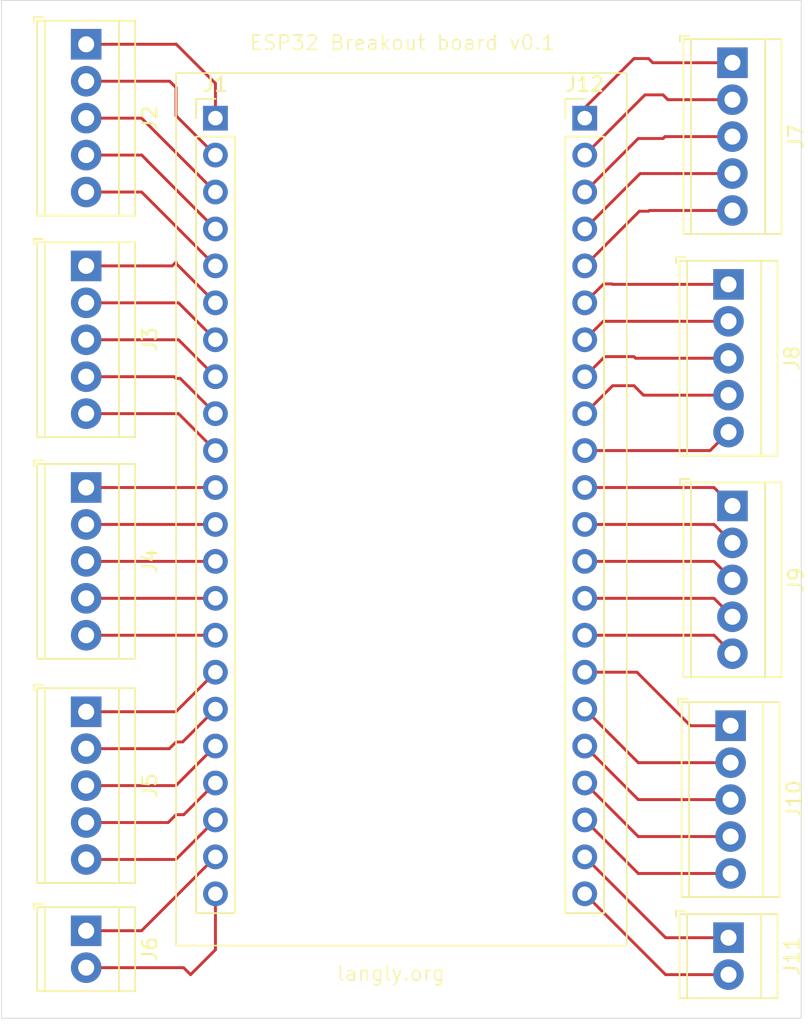
<source format=kicad_pcb>
(kicad_pcb (version 20240108) (generator "pcbnew") (generator_version "8.0")
  (layers (0 "F.Cu" signal) (31 "B.Cu" signal) (34 "B.Paste" user) (35 "F.Paste" user) (36 "B.SilkS" user "B.Silkscreen") (37 "F.SilkS" user "F.Silkscreen") (38 "B.Mask" user) (39 "F.Mask" user) (44 "Edge.Cuts" user))
  (net 0 "")
  (net 1 "Net-(J1-Pin_20)")
  (net 2 "Net-(J1-Pin_16)")
  (net 3 "Net-(J1-Pin_8)")
  (net 4 "Net-(J1-Pin_17)")
  (net 5 "Net-(J1-Pin_14)")
  (net 6 "Net-(J1-Pin_5)")
  (net 7 "Net-(J1-Pin_6)")
  (net 8 "Net-(J1-Pin_15)")
  (net 9 "Net-(J1-Pin_4)")
  (net 10 "Net-(J1-Pin_18)")
  (net 11 "Net-(J1-Pin_9)")
  (net 12 "Net-(J1-Pin_19)")
  (net 13 "Net-(J1-Pin_7)")
  (net 14 "Net-(J1-Pin_21)")
  (net 15 "Net-(J1-Pin_1)")
  (net 16 "Net-(J1-Pin_3)")
  (net 17 "Net-(J1-Pin_13)")
  (net 18 "Net-(J1-Pin_12)")
  (net 19 "Net-(J1-Pin_11)")
  (net 20 "Net-(J1-Pin_10)")
  (net 21 "Net-(J1-Pin_2)")
  (net 22 "Net-(J1-Pin_22)")
  (net 23 "Net-(J12-Pin_2)")
  (net 24 "Net-(J12-Pin_1)")
  (net 25 "Net-(J12-Pin_5)")
  (net 26 "Net-(J12-Pin_3)")
  (net 27 "Net-(J12-Pin_4)")
  (net 28 "Net-(J12-Pin_8)")
  (net 29 "Net-(J12-Pin_7)")
  (net 30 "Net-(J12-Pin_9)")
  (net 31 "Net-(J12-Pin_6)")
  (net 32 "Net-(J12-Pin_10)")
  (net 33 "Net-(J12-Pin_15)")
  (net 34 "Net-(J12-Pin_13)")
  (net 35 "Net-(J12-Pin_12)")
  (net 36 "Net-(J12-Pin_11)")
  (net 37 "Net-(J12-Pin_14)")
  (net 38 "Net-(J10-Pin_4)")
  (net 39 "Net-(J10-Pin_2)")
  (net 40 "Net-(J10-Pin_3)")
  (net 41 "Net-(J10-Pin_1)")
  (net 42 "Net-(J10-Pin_5)")
  (net 43 "Net-(J11-Pin_1)")
  (net 44 "Net-(J11-Pin_2)")
  (footprint "Connector_PinHeader_2.54mm:PinHeader_1x22_P2.54mm_Vertical" (layer "F.Cu") (at 92.71 38.1)
    (property "Reference" "J1" (at 0 -2.33 0) (layer "F.SilkS"))
    (property "Value" "Conn_01x22")
    (fp_line (start -1.33 -1.33) (end 0 -1.33) (stroke (width 0.12)) (layer "F.SilkS"))
    (fp_line (start -1.33 0) (end -1.33 -1.33) (stroke (width 0.12)) (layer "F.SilkS"))
    (fp_line (start -1.33 1.27) (end -1.33 54.67) (stroke (width 0.12)) (layer "F.SilkS"))
    (fp_line (start -1.33 1.27) (end 1.33 1.27) (stroke (width 0.12)) (layer "F.SilkS"))
    (fp_line (start -1.33 54.67) (end 1.33 54.67) (stroke (width 0.12)) (layer "F.SilkS"))
    (fp_line (start 1.33 1.27) (end 1.33 54.67) (stroke (width 0.12)) (layer "F.SilkS"))
    (pad "1" thru_hole rect (at 0 0) (size 1.7 1.7) (drill 1) (layers "*.Cu" "*.Mask") (net 15 "Net-(J1-Pin_1)"))
    (pad "2" thru_hole oval (at 0 2.54) (size 1.7 1.7) (drill 1) (layers "*.Cu" "*.Mask") (net 21 "Net-(J1-Pin_2)"))
    (pad "3" thru_hole oval (at 0 5.08) (size 1.7 1.7) (drill 1) (layers "*.Cu" "*.Mask") (net 16 "Net-(J1-Pin_3)"))
    (pad "4" thru_hole oval (at 0 7.62) (size 1.7 1.7) (drill 1) (layers "*.Cu" "*.Mask") (net 9 "Net-(J1-Pin_4)"))
    (pad "5" thru_hole oval (at 0 10.16) (size 1.7 1.7) (drill 1) (layers "*.Cu" "*.Mask") (net 6 "Net-(J1-Pin_5)"))
    (pad "6" thru_hole oval (at 0 12.7) (size 1.7 1.7) (drill 1) (layers "*.Cu" "*.Mask") (net 7 "Net-(J1-Pin_6)"))
    (pad "7" thru_hole oval (at 0 15.24) (size 1.7 1.7) (drill 1) (layers "*.Cu" "*.Mask") (net 13 "Net-(J1-Pin_7)"))
    (pad "8" thru_hole oval (at 0 17.78) (size 1.7 1.7) (drill 1) (layers "*.Cu" "*.Mask") (net 3 "Net-(J1-Pin_8)"))
    (pad "9" thru_hole oval (at 0 20.32) (size 1.7 1.7) (drill 1) (layers "*.Cu" "*.Mask") (net 11 "Net-(J1-Pin_9)"))
    (pad "10" thru_hole oval (at 0 22.86) (size 1.7 1.7) (drill 1) (layers "*.Cu" "*.Mask") (net 20 "Net-(J1-Pin_10)"))
    (pad "11" thru_hole oval (at 0 25.4) (size 1.7 1.7) (drill 1) (layers "*.Cu" "*.Mask") (net 19 "Net-(J1-Pin_11)"))
    (pad "12" thru_hole oval (at 0 27.94) (size 1.7 1.7) (drill 1) (layers "*.Cu" "*.Mask") (net 18 "Net-(J1-Pin_12)"))
    (pad "13" thru_hole oval (at 0 30.48) (size 1.7 1.7) (drill 1) (layers "*.Cu" "*.Mask") (net 17 "Net-(J1-Pin_13)"))
    (pad "14" thru_hole oval (at 0 33.02) (size 1.7 1.7) (drill 1) (layers "*.Cu" "*.Mask") (net 5 "Net-(J1-Pin_14)"))
    (pad "15" thru_hole oval (at 0 35.56) (size 1.7 1.7) (drill 1) (layers "*.Cu" "*.Mask") (net 8 "Net-(J1-Pin_15)"))
    (pad "16" thru_hole oval (at 0 38.1) (size 1.7 1.7) (drill 1) (layers "*.Cu" "*.Mask") (net 2 "Net-(J1-Pin_16)"))
    (pad "17" thru_hole oval (at 0 40.64) (size 1.7 1.7) (drill 1) (layers "*.Cu" "*.Mask") (net 4 "Net-(J1-Pin_17)"))
    (pad "18" thru_hole oval (at 0 43.18) (size 1.7 1.7) (drill 1) (layers "*.Cu" "*.Mask") (net 10 "Net-(J1-Pin_18)"))
    (pad "19" thru_hole oval (at 0 45.72) (size 1.7 1.7) (drill 1) (layers "*.Cu" "*.Mask") (net 12 "Net-(J1-Pin_19)"))
    (pad "20" thru_hole oval (at 0 48.26) (size 1.7 1.7) (drill 1) (layers "*.Cu" "*.Mask") (net 1 "Net-(J1-Pin_20)"))
    (pad "21" thru_hole oval (at 0 50.8) (size 1.7 1.7) (drill 1) (layers "*.Cu" "*.Mask") (net 14 "Net-(J1-Pin_21)"))
    (pad "22" thru_hole oval (at 0 53.34) (size 1.7 1.7) (drill 1) (layers "*.Cu" "*.Mask") (net 22 "Net-(J1-Pin_22)"))
  )
  (footprint "TerminalBlock_TE-Connectivity:TerminalBlock_TE_282834-5_1x05_P2.54mm_Horizontal" (layer "F.Cu") (at 83.82 78.92 -90)
    (property "Reference" "J5" (at 5.08 -4.37 90) (layer "F.SilkS"))
    (property "Value" "Conn_01x05")
    (fp_line (start -1.86 3.61) (end -1.46 3.61) (stroke (width 0.12)) (layer "F.SilkS"))
    (fp_line (start -1.62 3.37) (end 11.78 3.37) (stroke (width 0.12)) (layer "F.SilkS"))
    (fp_line (start -1.86 2.97) (end -1.86 3.61) (stroke (width 0.12)) (layer "F.SilkS"))
    (fp_line (start -1.62 2.85) (end 11.78 2.85) (stroke (width 0.12)) (layer "F.SilkS"))
    (fp_line (start -1.62 -2.25) (end 11.78 -2.25) (stroke (width 0.12)) (layer "F.SilkS"))
    (fp_line (start -1.62 -3.37) (end -1.62 3.37) (stroke (width 0.12)) (layer "F.SilkS"))
    (fp_line (start -1.62 -3.37) (end 11.78 -3.37) (stroke (width 0.12)) (layer "F.SilkS"))
    (fp_line (start 11.78 -3.37) (end 11.78 3.37) (stroke (width 0.12)) (layer "F.SilkS"))
    (pad "1" thru_hole rect (at 0 0 270) (size 2.1 2.1) (drill 1.1) (layers "*.Cu" "*.Mask") (net 2 "Net-(J1-Pin_16)"))
    (pad "2" thru_hole circle (at 2.54 0 270) (size 2.1 2.1) (drill 1.1) (layers "*.Cu" "*.Mask") (net 4 "Net-(J1-Pin_17)"))
    (pad "3" thru_hole circle (at 5.08 0 270) (size 2.1 2.1) (drill 1.1) (layers "*.Cu" "*.Mask") (net 10 "Net-(J1-Pin_18)"))
    (pad "4" thru_hole circle (at 7.62 0 270) (size 2.1 2.1) (drill 1.1) (layers "*.Cu" "*.Mask") (net 12 "Net-(J1-Pin_19)"))
    (pad "5" thru_hole circle (at 10.16 0 270) (size 2.1 2.1) (drill 1.1) (layers "*.Cu" "*.Mask") (net 1 "Net-(J1-Pin_20)"))
  )
  (footprint "TerminalBlock_TE-Connectivity:TerminalBlock_TE_282834-2_1x02_P2.54mm_Horizontal" (layer "F.Cu") (at 83.82 93.98 -90)
    (property "Reference" "J6" (at 1.27 -4.37 90) (layer "F.SilkS"))
    (property "Value" "Conn_01x02")
    (fp_line (start -1.86 3.61) (end -1.46 3.61) (stroke (width 0.12)) (layer "F.SilkS"))
    (fp_line (start -1.62 3.37) (end 4.16 3.37) (stroke (width 0.12)) (layer "F.SilkS"))
    (fp_line (start -1.86 2.97) (end -1.86 3.61) (stroke (width 0.12)) (layer "F.SilkS"))
    (fp_line (start -1.62 2.85) (end 4.16 2.85) (stroke (width 0.12)) (layer "F.SilkS"))
    (fp_line (start -1.62 -2.25) (end 4.16 -2.25) (stroke (width 0.12)) (layer "F.SilkS"))
    (fp_line (start -1.62 -3.37) (end -1.62 3.37) (stroke (width 0.12)) (layer "F.SilkS"))
    (fp_line (start -1.62 -3.37) (end 4.16 -3.37) (stroke (width 0.12)) (layer "F.SilkS"))
    (fp_line (start 4.16 -3.37) (end 4.16 3.37) (stroke (width 0.12)) (layer "F.SilkS"))
    (pad "1" thru_hole rect (at 0 0 270) (size 2.1 2.1) (drill 1.1) (layers "*.Cu" "*.Mask") (net 14 "Net-(J1-Pin_21)"))
    (pad "2" thru_hole circle (at 2.54 0 270) (size 2.1 2.1) (drill 1.1) (layers "*.Cu" "*.Mask") (net 22 "Net-(J1-Pin_22)"))
  )
  (footprint "TerminalBlock_TE-Connectivity:TerminalBlock_TE_282834-5_1x05_P2.54mm_Horizontal" (layer "F.Cu") (at 83.82 63.5 -90)
    (property "Reference" "J4" (at 5.08 -4.37 90) (layer "F.SilkS"))
    (property "Value" "Conn_01x05")
    (fp_line (start -1.86 3.61) (end -1.46 3.61) (stroke (width 0.12)) (layer "F.SilkS"))
    (fp_line (start -1.62 3.37) (end 11.78 3.37) (stroke (width 0.12)) (layer "F.SilkS"))
    (fp_line (start -1.86 2.97) (end -1.86 3.61) (stroke (width 0.12)) (layer "F.SilkS"))
    (fp_line (start -1.62 2.85) (end 11.78 2.85) (stroke (width 0.12)) (layer "F.SilkS"))
    (fp_line (start -1.62 -2.25) (end 11.78 -2.25) (stroke (width 0.12)) (layer "F.SilkS"))
    (fp_line (start -1.62 -3.37) (end -1.62 3.37) (stroke (width 0.12)) (layer "F.SilkS"))
    (fp_line (start -1.62 -3.37) (end 11.78 -3.37) (stroke (width 0.12)) (layer "F.SilkS"))
    (fp_line (start 11.78 -3.37) (end 11.78 3.37) (stroke (width 0.12)) (layer "F.SilkS"))
    (pad "1" thru_hole rect (at 0 0 270) (size 2.1 2.1) (drill 1.1) (layers "*.Cu" "*.Mask") (net 19 "Net-(J1-Pin_11)"))
    (pad "2" thru_hole circle (at 2.54 0 270) (size 2.1 2.1) (drill 1.1) (layers "*.Cu" "*.Mask") (net 18 "Net-(J1-Pin_12)"))
    (pad "3" thru_hole circle (at 5.08 0 270) (size 2.1 2.1) (drill 1.1) (layers "*.Cu" "*.Mask") (net 17 "Net-(J1-Pin_13)"))
    (pad "4" thru_hole circle (at 7.62 0 270) (size 2.1 2.1) (drill 1.1) (layers "*.Cu" "*.Mask") (net 5 "Net-(J1-Pin_14)"))
    (pad "5" thru_hole circle (at 10.16 0 270) (size 2.1 2.1) (drill 1.1) (layers "*.Cu" "*.Mask") (net 8 "Net-(J1-Pin_15)"))
  )
  (footprint "TerminalBlock_TE-Connectivity:TerminalBlock_TE_282834-5_1x05_P2.54mm_Horizontal" (layer "F.Cu") (at 83.82 33.02 -90)
    (property "Reference" "J2" (at 5.08 -4.37 90) (layer "F.SilkS"))
    (property "Value" "Conn_01x05")
    (fp_line (start -1.86 3.61) (end -1.46 3.61) (stroke (width 0.12)) (layer "F.SilkS"))
    (fp_line (start -1.62 3.37) (end 11.78 3.37) (stroke (width 0.12)) (layer "F.SilkS"))
    (fp_line (start -1.86 2.97) (end -1.86 3.61) (stroke (width 0.12)) (layer "F.SilkS"))
    (fp_line (start -1.62 2.85) (end 11.78 2.85) (stroke (width 0.12)) (layer "F.SilkS"))
    (fp_line (start -1.62 -2.25) (end 11.78 -2.25) (stroke (width 0.12)) (layer "F.SilkS"))
    (fp_line (start -1.62 -3.37) (end -1.62 3.37) (stroke (width 0.12)) (layer "F.SilkS"))
    (fp_line (start -1.62 -3.37) (end 11.78 -3.37) (stroke (width 0.12)) (layer "F.SilkS"))
    (fp_line (start 11.78 -3.37) (end 11.78 3.37) (stroke (width 0.12)) (layer "F.SilkS"))
    (pad "1" thru_hole rect (at 0 0 270) (size 2.1 2.1) (drill 1.1) (layers "*.Cu" "*.Mask") (net 15 "Net-(J1-Pin_1)"))
    (pad "2" thru_hole circle (at 2.54 0 270) (size 2.1 2.1) (drill 1.1) (layers "*.Cu" "*.Mask") (net 21 "Net-(J1-Pin_2)"))
    (pad "3" thru_hole circle (at 5.08 0 270) (size 2.1 2.1) (drill 1.1) (layers "*.Cu" "*.Mask") (net 16 "Net-(J1-Pin_3)"))
    (pad "4" thru_hole circle (at 7.62 0 270) (size 2.1 2.1) (drill 1.1) (layers "*.Cu" "*.Mask") (net 9 "Net-(J1-Pin_4)"))
    (pad "5" thru_hole circle (at 10.16 0 270) (size 2.1 2.1) (drill 1.1) (layers "*.Cu" "*.Mask") (net 6 "Net-(J1-Pin_5)"))
  )
  (footprint "Connector_PinHeader_2.54mm:PinHeader_1x22_P2.54mm_Vertical" (layer "F.Cu") (at 118.11 38.1)
    (property "Reference" "J12" (at 0 -2.33 0) (layer "F.SilkS"))
    (property "Value" "Conn_01x22")
    (fp_line (start -1.33 -1.33) (end 0 -1.33) (stroke (width 0.12)) (layer "F.SilkS"))
    (fp_line (start -1.33 0) (end -1.33 -1.33) (stroke (width 0.12)) (layer "F.SilkS"))
    (fp_line (start -1.33 1.27) (end -1.33 54.67) (stroke (width 0.12)) (layer "F.SilkS"))
    (fp_line (start -1.33 1.27) (end 1.33 1.27) (stroke (width 0.12)) (layer "F.SilkS"))
    (fp_line (start -1.33 54.67) (end 1.33 54.67) (stroke (width 0.12)) (layer "F.SilkS"))
    (fp_line (start 1.33 1.27) (end 1.33 54.67) (stroke (width 0.12)) (layer "F.SilkS"))
    (pad "1" thru_hole rect (at 0 0) (size 1.7 1.7) (drill 1) (layers "*.Cu" "*.Mask") (net 24 "Net-(J12-Pin_1)"))
    (pad "2" thru_hole oval (at 0 2.54) (size 1.7 1.7) (drill 1) (layers "*.Cu" "*.Mask") (net 23 "Net-(J12-Pin_2)"))
    (pad "3" thru_hole oval (at 0 5.08) (size 1.7 1.7) (drill 1) (layers "*.Cu" "*.Mask") (net 26 "Net-(J12-Pin_3)"))
    (pad "4" thru_hole oval (at 0 7.62) (size 1.7 1.7) (drill 1) (layers "*.Cu" "*.Mask") (net 27 "Net-(J12-Pin_4)"))
    (pad "5" thru_hole oval (at 0 10.16) (size 1.7 1.7) (drill 1) (layers "*.Cu" "*.Mask") (net 25 "Net-(J12-Pin_5)"))
    (pad "6" thru_hole oval (at 0 12.7) (size 1.7 1.7) (drill 1) (layers "*.Cu" "*.Mask") (net 31 "Net-(J12-Pin_6)"))
    (pad "7" thru_hole oval (at 0 15.24) (size 1.7 1.7) (drill 1) (layers "*.Cu" "*.Mask") (net 29 "Net-(J12-Pin_7)"))
    (pad "8" thru_hole oval (at 0 17.78) (size 1.7 1.7) (drill 1) (layers "*.Cu" "*.Mask") (net 28 "Net-(J12-Pin_8)"))
    (pad "9" thru_hole oval (at 0 20.32) (size 1.7 1.7) (drill 1) (layers "*.Cu" "*.Mask") (net 30 "Net-(J12-Pin_9)"))
    (pad "10" thru_hole oval (at 0 22.86) (size 1.7 1.7) (drill 1) (layers "*.Cu" "*.Mask") (net 32 "Net-(J12-Pin_10)"))
    (pad "11" thru_hole oval (at 0 25.4) (size 1.7 1.7) (drill 1) (layers "*.Cu" "*.Mask") (net 36 "Net-(J12-Pin_11)"))
    (pad "12" thru_hole oval (at 0 27.94) (size 1.7 1.7) (drill 1) (layers "*.Cu" "*.Mask") (net 35 "Net-(J12-Pin_12)"))
    (pad "13" thru_hole oval (at 0 30.48) (size 1.7 1.7) (drill 1) (layers "*.Cu" "*.Mask") (net 34 "Net-(J12-Pin_13)"))
    (pad "14" thru_hole oval (at 0 33.02) (size 1.7 1.7) (drill 1) (layers "*.Cu" "*.Mask") (net 37 "Net-(J12-Pin_14)"))
    (pad "15" thru_hole oval (at 0 35.56) (size 1.7 1.7) (drill 1) (layers "*.Cu" "*.Mask") (net 33 "Net-(J12-Pin_15)"))
    (pad "16" thru_hole oval (at 0 38.1) (size 1.7 1.7) (drill 1) (layers "*.Cu" "*.Mask") (net 41 "Net-(J10-Pin_1)"))
    (pad "17" thru_hole oval (at 0 40.64) (size 1.7 1.7) (drill 1) (layers "*.Cu" "*.Mask") (net 39 "Net-(J10-Pin_2)"))
    (pad "18" thru_hole oval (at 0 43.18) (size 1.7 1.7) (drill 1) (layers "*.Cu" "*.Mask") (net 40 "Net-(J10-Pin_3)"))
    (pad "19" thru_hole oval (at 0 45.72) (size 1.7 1.7) (drill 1) (layers "*.Cu" "*.Mask") (net 38 "Net-(J10-Pin_4)"))
    (pad "20" thru_hole oval (at 0 48.26) (size 1.7 1.7) (drill 1) (layers "*.Cu" "*.Mask") (net 42 "Net-(J10-Pin_5)"))
    (pad "21" thru_hole oval (at 0 50.8) (size 1.7 1.7) (drill 1) (layers "*.Cu" "*.Mask") (net 43 "Net-(J11-Pin_1)"))
    (pad "22" thru_hole oval (at 0 53.34) (size 1.7 1.7) (drill 1) (layers "*.Cu" "*.Mask") (net 44 "Net-(J11-Pin_2)"))
  )
  (footprint "TerminalBlock_TE-Connectivity:TerminalBlock_TE_282834-2_1x02_P2.54mm_Horizontal" (layer "F.Cu") (at 128 94.46 -90)
    (property "Reference" "J11" (at 1.27 -4.37 90) (layer "F.SilkS"))
    (property "Value" "Conn_01x02")
    (fp_line (start -1.86 3.61) (end -1.46 3.61) (stroke (width 0.12)) (layer "F.SilkS"))
    (fp_line (start -1.62 3.37) (end 4.16 3.37) (stroke (width 0.12)) (layer "F.SilkS"))
    (fp_line (start -1.86 2.97) (end -1.86 3.61) (stroke (width 0.12)) (layer "F.SilkS"))
    (fp_line (start -1.62 2.85) (end 4.16 2.85) (stroke (width 0.12)) (layer "F.SilkS"))
    (fp_line (start -1.62 -2.25) (end 4.16 -2.25) (stroke (width 0.12)) (layer "F.SilkS"))
    (fp_line (start -1.62 -3.37) (end -1.62 3.37) (stroke (width 0.12)) (layer "F.SilkS"))
    (fp_line (start -1.62 -3.37) (end 4.16 -3.37) (stroke (width 0.12)) (layer "F.SilkS"))
    (fp_line (start 4.16 -3.37) (end 4.16 3.37) (stroke (width 0.12)) (layer "F.SilkS"))
    (pad "1" thru_hole rect (at 0 0 270) (size 2.1 2.1) (drill 1.1) (layers "*.Cu" "*.Mask") (net 43 "Net-(J11-Pin_1)"))
    (pad "2" thru_hole circle (at 2.54 0 270) (size 2.1 2.1) (drill 1.1) (layers "*.Cu" "*.Mask") (net 44 "Net-(J11-Pin_2)"))
  )
  (footprint "TerminalBlock_TE-Connectivity:TerminalBlock_TE_282834-5_1x05_P2.54mm_Horizontal" (layer "F.Cu") (at 128.143 79.883 -90)
    (property "Reference" "J10" (at 5.08 -4.37 90) (layer "F.SilkS"))
    (property "Value" "Conn_01x05")
    (fp_line (start -1.86 3.61) (end -1.46 3.61) (stroke (width 0.12)) (layer "F.SilkS"))
    (fp_line (start -1.62 3.37) (end 11.78 3.37) (stroke (width 0.12)) (layer "F.SilkS"))
    (fp_line (start -1.86 2.97) (end -1.86 3.61) (stroke (width 0.12)) (layer "F.SilkS"))
    (fp_line (start -1.62 2.85) (end 11.78 2.85) (stroke (width 0.12)) (layer "F.SilkS"))
    (fp_line (start -1.62 -2.25) (end 11.78 -2.25) (stroke (width 0.12)) (layer "F.SilkS"))
    (fp_line (start -1.62 -3.37) (end -1.62 3.37) (stroke (width 0.12)) (layer "F.SilkS"))
    (fp_line (start -1.62 -3.37) (end 11.78 -3.37) (stroke (width 0.12)) (layer "F.SilkS"))
    (fp_line (start 11.78 -3.37) (end 11.78 3.37) (stroke (width 0.12)) (layer "F.SilkS"))
    (pad "1" thru_hole rect (at 0 0 270) (size 2.1 2.1) (drill 1.1) (layers "*.Cu" "*.Mask") (net 41 "Net-(J10-Pin_1)"))
    (pad "2" thru_hole circle (at 2.54 0 270) (size 2.1 2.1) (drill 1.1) (layers "*.Cu" "*.Mask") (net 39 "Net-(J10-Pin_2)"))
    (pad "3" thru_hole circle (at 5.08 0 270) (size 2.1 2.1) (drill 1.1) (layers "*.Cu" "*.Mask") (net 40 "Net-(J10-Pin_3)"))
    (pad "4" thru_hole circle (at 7.62 0 270) (size 2.1 2.1) (drill 1.1) (layers "*.Cu" "*.Mask") (net 38 "Net-(J10-Pin_4)"))
    (pad "5" thru_hole circle (at 10.16 0 270) (size 2.1 2.1) (drill 1.1) (layers "*.Cu" "*.Mask") (net 42 "Net-(J10-Pin_5)"))
  )
  (footprint "TerminalBlock_TE-Connectivity:TerminalBlock_TE_282834-5_1x05_P2.54mm_Horizontal" (layer "F.Cu") (at 128 49.53 -90)
    (property "Reference" "J8" (at 5.08 -4.37 90) (layer "F.SilkS"))
    (property "Value" "Conn_01x05")
    (fp_line (start -1.86 3.61) (end -1.46 3.61) (stroke (width 0.12)) (layer "F.SilkS"))
    (fp_line (start -1.62 3.37) (end 11.78 3.37) (stroke (width 0.12)) (layer "F.SilkS"))
    (fp_line (start -1.86 2.97) (end -1.86 3.61) (stroke (width 0.12)) (layer "F.SilkS"))
    (fp_line (start -1.62 2.85) (end 11.78 2.85) (stroke (width 0.12)) (layer "F.SilkS"))
    (fp_line (start -1.62 -2.25) (end 11.78 -2.25) (stroke (width 0.12)) (layer "F.SilkS"))
    (fp_line (start -1.62 -3.37) (end -1.62 3.37) (stroke (width 0.12)) (layer "F.SilkS"))
    (fp_line (start -1.62 -3.37) (end 11.78 -3.37) (stroke (width 0.12)) (layer "F.SilkS"))
    (fp_line (start 11.78 -3.37) (end 11.78 3.37) (stroke (width 0.12)) (layer "F.SilkS"))
    (pad "1" thru_hole rect (at 0 0 270) (size 2.1 2.1) (drill 1.1) (layers "*.Cu" "*.Mask") (net 31 "Net-(J12-Pin_6)"))
    (pad "2" thru_hole circle (at 2.54 0 270) (size 2.1 2.1) (drill 1.1) (layers "*.Cu" "*.Mask") (net 29 "Net-(J12-Pin_7)"))
    (pad "3" thru_hole circle (at 5.08 0 270) (size 2.1 2.1) (drill 1.1) (layers "*.Cu" "*.Mask") (net 28 "Net-(J12-Pin_8)"))
    (pad "4" thru_hole circle (at 7.62 0 270) (size 2.1 2.1) (drill 1.1) (layers "*.Cu" "*.Mask") (net 30 "Net-(J12-Pin_9)"))
    (pad "5" thru_hole circle (at 10.16 0 270) (size 2.1 2.1) (drill 1.1) (layers "*.Cu" "*.Mask") (net 32 "Net-(J12-Pin_10)"))
  )
  (footprint "TerminalBlock_TE-Connectivity:TerminalBlock_TE_282834-5_1x05_P2.54mm_Horizontal" (layer "F.Cu") (at 83.82 48.26 -90)
    (property "Reference" "J3" (at 5.08 -4.37 90) (layer "F.SilkS"))
    (property "Value" "Conn_01x05")
    (fp_line (start -1.86 3.61) (end -1.46 3.61) (stroke (width 0.12)) (layer "F.SilkS"))
    (fp_line (start -1.62 3.37) (end 11.78 3.37) (stroke (width 0.12)) (layer "F.SilkS"))
    (fp_line (start -1.86 2.97) (end -1.86 3.61) (stroke (width 0.12)) (layer "F.SilkS"))
    (fp_line (start -1.62 2.85) (end 11.78 2.85) (stroke (width 0.12)) (layer "F.SilkS"))
    (fp_line (start -1.62 -2.25) (end 11.78 -2.25) (stroke (width 0.12)) (layer "F.SilkS"))
    (fp_line (start -1.62 -3.37) (end -1.62 3.37) (stroke (width 0.12)) (layer "F.SilkS"))
    (fp_line (start -1.62 -3.37) (end 11.78 -3.37) (stroke (width 0.12)) (layer "F.SilkS"))
    (fp_line (start 11.78 -3.37) (end 11.78 3.37) (stroke (width 0.12)) (layer "F.SilkS"))
    (pad "1" thru_hole rect (at 0 0 270) (size 2.1 2.1) (drill 1.1) (layers "*.Cu" "*.Mask") (net 7 "Net-(J1-Pin_6)"))
    (pad "2" thru_hole circle (at 2.54 0 270) (size 2.1 2.1) (drill 1.1) (layers "*.Cu" "*.Mask") (net 13 "Net-(J1-Pin_7)"))
    (pad "3" thru_hole circle (at 5.08 0 270) (size 2.1 2.1) (drill 1.1) (layers "*.Cu" "*.Mask") (net 3 "Net-(J1-Pin_8)"))
    (pad "4" thru_hole circle (at 7.62 0 270) (size 2.1 2.1) (drill 1.1) (layers "*.Cu" "*.Mask") (net 11 "Net-(J1-Pin_9)"))
    (pad "5" thru_hole circle (at 10.16 0 270) (size 2.1 2.1) (drill 1.1) (layers "*.Cu" "*.Mask") (net 20 "Net-(J1-Pin_10)"))
  )
  (footprint "TerminalBlock_TE-Connectivity:TerminalBlock_TE_282834-5_1x05_P2.54mm_Horizontal" (layer "F.Cu") (at 128.27 64.77 -90)
    (property "Reference" "J9" (at 5.08 -4.37 90) (layer "F.SilkS"))
    (property "Value" "Conn_01x05")
    (fp_line (start -1.86 3.61) (end -1.46 3.61) (stroke (width 0.12)) (layer "F.SilkS"))
    (fp_line (start -1.62 3.37) (end 11.78 3.37) (stroke (width 0.12)) (layer "F.SilkS"))
    (fp_line (start -1.86 2.97) (end -1.86 3.61) (stroke (width 0.12)) (layer "F.SilkS"))
    (fp_line (start -1.62 2.85) (end 11.78 2.85) (stroke (width 0.12)) (layer "F.SilkS"))
    (fp_line (start -1.62 -2.25) (end 11.78 -2.25) (stroke (width 0.12)) (layer "F.SilkS"))
    (fp_line (start -1.62 -3.37) (end -1.62 3.37) (stroke (width 0.12)) (layer "F.SilkS"))
    (fp_line (start -1.62 -3.37) (end 11.78 -3.37) (stroke (width 0.12)) (layer "F.SilkS"))
    (fp_line (start 11.78 -3.37) (end 11.78 3.37) (stroke (width 0.12)) (layer "F.SilkS"))
    (pad "1" thru_hole rect (at 0 0 270) (size 2.1 2.1) (drill 1.1) (layers "*.Cu" "*.Mask") (net 36 "Net-(J12-Pin_11)"))
    (pad "2" thru_hole circle (at 2.54 0 270) (size 2.1 2.1) (drill 1.1) (layers "*.Cu" "*.Mask") (net 35 "Net-(J12-Pin_12)"))
    (pad "3" thru_hole circle (at 5.08 0 270) (size 2.1 2.1) (drill 1.1) (layers "*.Cu" "*.Mask") (net 34 "Net-(J12-Pin_13)"))
    (pad "4" thru_hole circle (at 7.62 0 270) (size 2.1 2.1) (drill 1.1) (layers "*.Cu" "*.Mask") (net 37 "Net-(J12-Pin_14)"))
    (pad "5" thru_hole circle (at 10.16 0 270) (size 2.1 2.1) (drill 1.1) (layers "*.Cu" "*.Mask") (net 33 "Net-(J12-Pin_15)"))
  )
  (footprint "TerminalBlock_TE-Connectivity:TerminalBlock_TE_282834-5_1x05_P2.54mm_Horizontal" (layer "F.Cu") (at 128.27 34.29 -90)
    (property "Reference" "J7" (at 5.08 -4.37 90) (layer "F.SilkS"))
    (property "Value" "Conn_01x05")
    (fp_line (start -1.86 3.61) (end -1.46 3.61) (stroke (width 0.12)) (layer "F.SilkS"))
    (fp_line (start -1.62 3.37) (end 11.78 3.37) (stroke (width 0.12)) (layer "F.SilkS"))
    (fp_line (start -1.86 2.97) (end -1.86 3.61) (stroke (width 0.12)) (layer "F.SilkS"))
    (fp_line (start -1.62 2.85) (end 11.78 2.85) (stroke (width 0.12)) (layer "F.SilkS"))
    (fp_line (start -1.62 -2.25) (end 11.78 -2.25) (stroke (width 0.12)) (layer "F.SilkS"))
    (fp_line (start -1.62 -3.37) (end -1.62 3.37) (stroke (width 0.12)) (layer "F.SilkS"))
    (fp_line (start -1.62 -3.37) (end 11.78 -3.37) (stroke (width 0.12)) (layer "F.SilkS"))
    (fp_line (start 11.78 -3.37) (end 11.78 3.37) (stroke (width 0.12)) (layer "F.SilkS"))
    (pad "1" thru_hole rect (at 0 0 270) (size 2.1 2.1) (drill 1.1) (layers "*.Cu" "*.Mask") (net 24 "Net-(J12-Pin_1)"))
    (pad "2" thru_hole circle (at 2.54 0 270) (size 2.1 2.1) (drill 1.1) (layers "*.Cu" "*.Mask") (net 23 "Net-(J12-Pin_2)"))
    (pad "3" thru_hole circle (at 5.08 0 270) (size 2.1 2.1) (drill 1.1) (layers "*.Cu" "*.Mask") (net 26 "Net-(J12-Pin_3)"))
    (pad "4" thru_hole circle (at 7.62 0 270) (size 2.1 2.1) (drill 1.1) (layers "*.Cu" "*.Mask") (net 27 "Net-(J12-Pin_4)"))
    (pad "5" thru_hole circle (at 10.16 0 270) (size 2.1 2.1) (drill 1.1) (layers "*.Cu" "*.Mask") (net 25 "Net-(J12-Pin_5)"))
  )
  (gr_rect (start 90 35) (end 121 95) (stroke (width 0.1)) (fill none) (layer "F.SilkS"))
  (gr_rect (start 78 30) (end 133 100) (stroke (width 0.05)) (fill none) (layer "Edge.Cuts"))
  (gr_text "ESP32 Breakout board v0.1" (at 95 33.5 0) (layer "F.SilkS") (effects (font (size 1 1) (thickness 0.1)) (justify left bottom)))
  (gr_text "langly.org\n" (at 101 97.5 0) (layer "F.SilkS") (effects (font (size 1 1) (thickness 0.1)) (justify left bottom)))
  (segment (start 89.99 89.08) (end 83.82 89.08) (width 0.2) (layer "F.Cu") (net 1))
  (segment (start 92.71 86.36) (end 89.99 89.08) (width 0.2) (layer "F.Cu") (net 1))
  (segment (start 92.71 76.2) (end 89.99 78.92) (width 0.2) (layer "F.Cu") (net 2))
  (segment (start 89.99 78.92) (end 83.82 78.92) (width 0.2) (layer "F.Cu") (net 2))
  (segment (start 92.71 55.88) (end 90.17 53.34) (width 0.2) (layer "F.Cu") (net 3))
  (segment (start 90.17 53.34) (end 83.82 53.34) (width 0.2) (layer "F.Cu") (net 3))
  (segment (start 90 81) (end 89.54 81.46) (width 0.2) (layer "F.Cu") (net 4))
  (segment (start 92.71 78.74) (end 90.45 81) (width 0.2) (layer "F.Cu") (net 4))
  (segment (start 89.54 81.46) (end 83.82 81.46) (width 0.2) (layer "F.Cu") (net 4))
  (segment (start 90.45 81) (end 90 81) (width 0.2) (layer "F.Cu") (net 4))
  (segment (start 92.71 71.12) (end 83.82 71.12) (width 0.2) (layer "F.Cu") (net 5))
  (segment (start 87.63 43.18) (end 83.82 43.18) (width 0.2) (layer "F.Cu") (net 6))
  (segment (start 92.71 48.26) (end 87.63 43.18) (width 0.2) (layer "F.Cu") (net 6))
  (segment (start 89.74 48.26) (end 83.82 48.26) (width 0.2) (layer "F.Cu") (net 7))
  (segment (start 90 48.09) (end 90 48) (width 0.2) (layer "F.Cu") (net 7))
  (segment (start 90 48) (end 89.74 48.26) (width 0.2) (layer "F.Cu") (net 7))
  (segment (start 92.71 50.8) (end 90 48.09) (width 0.2) (layer "F.Cu") (net 7))
  (segment (start 92.71 73.66) (end 83.82 73.66) (width 0.2) (layer "F.Cu") (net 8))
  (segment (start 88 41.01) (end 88 41) (width 0.2) (layer "F.Cu") (net 9))
  (segment (start 87.64 40.64) (end 83.82 40.64) (width 0.2) (layer "F.Cu") (net 9))
  (segment (start 92.71 45.72) (end 88 41.01) (width 0.2) (layer "F.Cu") (net 9))
  (segment (start 88 41) (end 87.64 40.64) (width 0.2) (layer "F.Cu") (net 9))
  (segment (start 92.71 81.28) (end 89.99 84) (width 0.2) (layer "F.Cu") (net 10))
  (segment (start 89.99 84) (end 83.82 84) (width 0.2) (layer "F.Cu") (net 10))
  (segment (start 90 56) (end 89.88 55.88) (width 0.2) (layer "F.Cu") (net 11))
  (segment (start 92.71 58.42) (end 90.29 56) (width 0.2) (layer "F.Cu") (net 11))
  (segment (start 90.29 56) (end 90 56) (width 0.2) (layer "F.Cu") (net 11))
  (segment (start 89.88 55.88) (end 83.82 55.88) (width 0.2) (layer "F.Cu") (net 11))
  (segment (start 90 86) (end 89.46 86.54) (width 0.2) (layer "F.Cu") (net 12))
  (segment (start 92.71 83.82) (end 90.53 86) (width 0.2) (layer "F.Cu") (net 12))
  (segment (start 90.53 86) (end 90 86) (width 0.2) (layer "F.Cu") (net 12))
  (segment (start 89.46 86.54) (end 83.82 86.54) (width 0.2) (layer "F.Cu") (net 12))
  (segment (start 90.17 50.8) (end 83.82 50.8) (width 0.2) (layer "F.Cu") (net 13))
  (segment (start 92.71 53.34) (end 90.17 50.8) (width 0.2) (layer "F.Cu") (net 13))
  (segment (start 87.63 93.98) (end 83.82 93.98) (width 0.2) (layer "F.Cu") (net 14))
  (segment (start 92.71 88.9) (end 87.63 93.98) (width 0.2) (layer "F.Cu") (net 14))
  (segment (start 89.98 33.02) (end 83.82 33.02) (width 0.2) (layer "F.Cu") (net 15))
  (segment (start 92.71 38.1) (end 92.71 35.71) (width 0.2) (layer "F.Cu") (net 15))
  (segment (start 90 33) (end 89.98 33.02) (width 0.2) (layer "F.Cu") (net 15))
  (segment (start 92.71 35.71) (end 90 33) (width 0.2) (layer "F.Cu") (net 15))
  (segment (start 87.63 38.1) (end 83.82 38.1) (width 0.2) (layer "F.Cu") (net 16))
  (segment (start 92.71 43.18) (end 87.63 38.1) (width 0.2) (layer "F.Cu") (net 16))
  (segment (start 92.71 68.58) (end 83.82 68.58) (width 0.2) (layer "F.Cu") (net 17))
  (segment (start 92.71 66.04) (end 83.82 66.04) (width 0.2) (layer "F.Cu") (net 18))
  (segment (start 92.71 63.5) (end 83.82 63.5) (width 0.2) (layer "F.Cu") (net 19))
  (segment (start 90.17 58.42) (end 83.82 58.42) (width 0.2) (layer "F.Cu") (net 20))
  (segment (start 92.71 60.96) (end 90.17 58.42) (width 0.2) (layer "F.Cu") (net 20))
  (segment (start 90 36) (end 89.56 35.56) (width 0.2) (layer "F.Cu") (net 21))
  (segment (start 89.56 35.56) (end 83.82 35.56) (width 0.2) (layer "F.Cu") (net 21))
  (segment (start 90 37.93) (end 90 36) (width 0.2) (layer "F.Cu") (net 21))
  (segment (start 92.71 40.64) (end 90 37.93) (width 0.2) (layer "F.Cu") (net 21))
  (segment (start 91 97) (end 90.52 96.52) (width 0.2) (layer "F.Cu") (net 22))
  (segment (start 90.52 96.52) (end 83.82 96.52) (width 0.2) (layer "F.Cu") (net 22))
  (segment (start 92.71 91.44) (end 92.71 95.29) (width 0.2) (layer "F.Cu") (net 22))
  (segment (start 92.71 95.29) (end 91 97) (width 0.2) (layer "F.Cu") (net 22))
  (segment (start 123.5 36.5) (end 123.83 36.83) (width 0.2) (layer "F.Cu") (net 23))
  (segment (start 118.11 40.64) (end 122.25 36.5) (width 0.2) (layer "F.Cu") (net 23))
  (segment (start 122.25 36.5) (end 123.5 36.5) (width 0.2) (layer "F.Cu") (net 23))
  (segment (start 123.83 36.83) (end 128.27 36.83) (width 0.2) (layer "F.Cu") (net 23))
  (segment (start 118.11 38.1) (end 118.11 37.39) (width 0.2) (layer "F.Cu") (net 24))
  (segment (start 122.5 34) (end 122.79 34.29) (width 0.2) (layer "F.Cu") (net 24))
  (segment (start 121.5 34) (end 122.5 34) (width 0.2) (layer "F.Cu") (net 24))
  (segment (start 122.79 34.29) (end 128.27 34.29) (width 0.2) (layer "F.Cu") (net 24))
  (segment (start 118.11 37.39) (end 121.5 34) (width 0.2) (layer "F.Cu") (net 24))
  (segment (start 118.11 48.26) (end 121.87 44.5) (width 0.2) (layer "F.Cu") (net 25))
  (segment (start 122.5 44.5) (end 122.55 44.45) (width 0.2) (layer "F.Cu") (net 25))
  (segment (start 122.55 44.45) (end 128.27 44.45) (width 0.2) (layer "F.Cu") (net 25))
  (segment (start 121.87 44.5) (end 122.5 44.5) (width 0.2) (layer "F.Cu") (net 25))
  (segment (start 123.63 39.37) (end 128.27 39.37) (width 0.2) (layer "F.Cu") (net 26))
  (segment (start 118.11 43.18) (end 121.79 39.5) (width 0.2) (layer "F.Cu") (net 26))
  (segment (start 123.5 39.5) (end 123.63 39.37) (width 0.2) (layer "F.Cu") (net 26))
  (segment (start 121.79 39.5) (end 123.5 39.5) (width 0.2) (layer "F.Cu") (net 26))
  (segment (start 118.11 45.72) (end 121.92 41.91) (width 0.2) (layer "F.Cu") (net 27))
  (segment (start 121.92 41.91) (end 128.27 41.91) (width 0.2) (layer "F.Cu") (net 27))
  (segment (start 121.61 54.61) (end 128 54.61) (width 0.2) (layer "F.Cu") (net 28))
  (segment (start 118.11 55.88) (end 119.49 54.5) (width 0.2) (layer "F.Cu") (net 28))
  (segment (start 121.5 54.5) (end 121.61 54.61) (width 0.2) (layer "F.Cu") (net 28))
  (segment (start 119.49 54.5) (end 121.5 54.5) (width 0.2) (layer "F.Cu") (net 28))
  (segment (start 118.11 53.34) (end 119.38 52.07) (width 0.2) (layer "F.Cu") (net 29))
  (segment (start 119.38 52.07) (end 128 52.07) (width 0.2) (layer "F.Cu") (net 29))
  (segment (start 120.03 56.5) (end 121.5 56.5) (width 0.2) (layer "F.Cu") (net 30))
  (segment (start 122.15 57.15) (end 128 57.15) (width 0.2) (layer "F.Cu") (net 30))
  (segment (start 121.5 56.5) (end 122.15 57.15) (width 0.2) (layer "F.Cu") (net 30))
  (segment (start 118.11 58.42) (end 120.03 56.5) (width 0.2) (layer "F.Cu") (net 30))
  (segment (start 119.41 49.5) (end 120 49.5) (width 0.2) (layer "F.Cu") (net 31))
  (segment (start 120.03 49.53) (end 128 49.53) (width 0.2) (layer "F.Cu") (net 31))
  (segment (start 120 49.5) (end 120.03 49.53) (width 0.2) (layer "F.Cu") (net 31))
  (segment (start 118.11 50.8) (end 119.41 49.5) (width 0.2) (layer "F.Cu") (net 31))
  (segment (start 118.11 60.96) (end 126.73 60.96) (width 0.2) (layer "F.Cu") (net 32))
  (segment (start 126.73 60.96) (end 128 59.69) (width 0.2) (layer "F.Cu") (net 32))
  (segment (start 118.11 73.66) (end 127 73.66) (width 0.2) (layer "F.Cu") (net 33))
  (segment (start 127 73.66) (end 128.27 74.93) (width 0.2) (layer "F.Cu") (net 33))
  (segment (start 118.11 68.58) (end 127 68.58) (width 0.2) (layer "F.Cu") (net 34))
  (segment (start 127 68.58) (end 128.27 69.85) (width 0.2) (layer "F.Cu") (net 34))
  (segment (start 127 66.04) (end 128.27 67.31) (width 0.2) (layer "F.Cu") (net 35))
  (segment (start 118.11 66.04) (end 127 66.04) (width 0.2) (layer "F.Cu") (net 35))
  (segment (start 127 63.5) (end 128.27 64.77) (width 0.2) (layer "F.Cu") (net 36))
  (segment (start 118.11 63.5) (end 127 63.5) (width 0.2) (layer "F.Cu") (net 36))
  (segment (start 118.11 71.12) (end 127 71.12) (width 0.2) (layer "F.Cu") (net 37))
  (segment (start 127 71.12) (end 128.27 72.39) (width 0.2) (layer "F.Cu") (net 37))
  (segment (start 118.11 83.82) (end 121.793 87.503) (width 0.2) (layer "F.Cu") (net 38))
  (segment (start 121.793 87.503) (end 128.143 87.503) (width 0.2) (layer "F.Cu") (net 38))
  (segment (start 121.793 82.423) (end 128.143 82.423) (width 0.2) (layer "F.Cu") (net 39))
  (segment (start 118.11 78.74) (end 121.793 82.423) (width 0.2) (layer "F.Cu") (net 39))
  (segment (start 118.11 81.28) (end 121.793 84.963) (width 0.2) (layer "F.Cu") (net 40))
  (segment (start 121.793 84.963) (end 128.143 84.963) (width 0.2) (layer "F.Cu") (net 40))
  (segment (start 121.7 76.2) (end 125.383 79.883) (width 0.2) (layer "F.Cu") (net 41))
  (segment (start 118.11 76.2) (end 121.7 76.2) (width 0.2) (layer "F.Cu") (net 41))
  (segment (start 125.383 79.883) (end 128.143 79.883) (width 0.2) (layer "F.Cu") (net 41))
  (segment (start 118.11 86.36) (end 121.793 90.043) (width 0.2) (layer "F.Cu") (net 42))
  (segment (start 121.793 90.043) (end 128.143 90.043) (width 0.2) (layer "F.Cu") (net 42))
  (segment (start 118.11 88.9) (end 123.67 94.46) (width 0.2) (layer "F.Cu") (net 43))
  (segment (start 123.67 94.46) (end 128 94.46) (width 0.2) (layer "F.Cu") (net 43))
  (segment (start 123.67 97) (end 128 97) (width 0.2) (layer "F.Cu") (net 44))
  (segment (start 118.11 91.44) (end 123.67 97) (width 0.2) (layer "F.Cu") (net 44))
)
</source>
